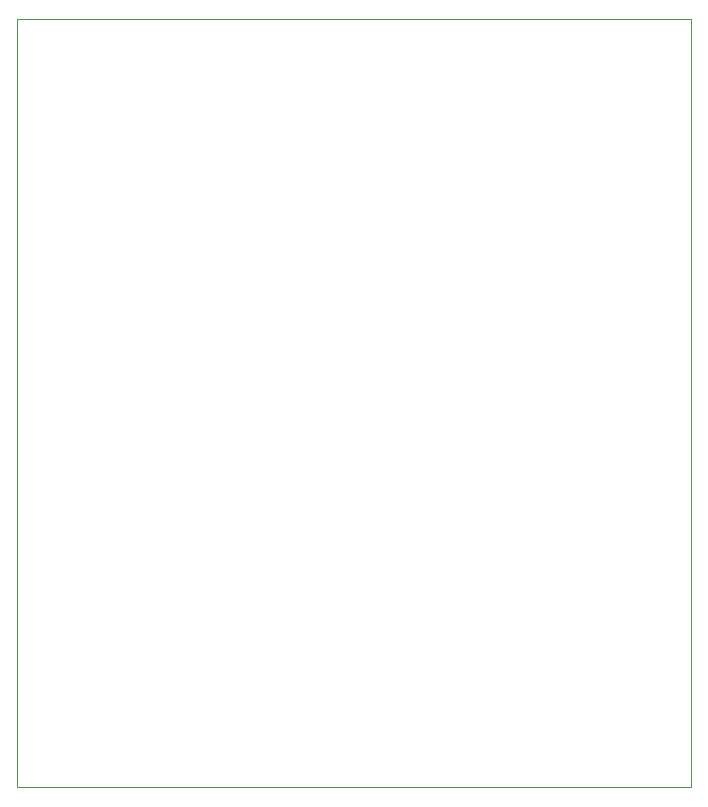
<source format=gm1>
G04*
G04 #@! TF.GenerationSoftware,Altium Limited,Altium Designer,20.2.6 (244)*
G04*
G04 Layer_Color=16711935*
%FSLAX44Y44*%
%MOMM*%
G71*
G04*
G04 #@! TF.SameCoordinates,D8BAA703-6470-441F-A09B-1F1B88CACBC1*
G04*
G04*
G04 #@! TF.FilePolarity,Positive*
G04*
G01*
G75*
%ADD12C,0.1000*%
D12*
X0Y0D02*
Y650000D01*
X570000D01*
X570000Y0D01*
X0D02*
X570000D01*
M02*

</source>
